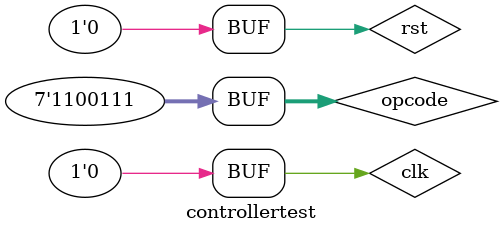
<source format=sv>
module controllertest();

	logic clk,rst;
	logic [6:0] opcode;
	logic [31:0] complete_inst;
	
	
	logic pcWrite,PCWriteCond,IorD,MemRead,MemWrite,IRWrite,
					 MemtoReg,ALUSrcA,RegWrite,RegDst;
	logic [3:0]	state;
	
	logic [1:0] PCSource,ALUOp,ALUSrcB;
	
	parameter 
   LD = 7'b000_0011,
	SD = 7'b010_0011,
   BEQ = 7'b110_0111,
	ALUop = 7'b011_0011;
	
	
	controler ctrl(rst,clk,opcode,complete_inst,
				pcWrite,PCWriteCond,IorD,MemRead,MemWrite,IRWrite,
				MemtoReg,PCSource,ALUOp,ALUSrcB,ALUSrcA,RegWrite,RegDst,
				state);
	
	

	// initialize test
	initial
		begin
		rst <= 0;
		opcode <= ALUop; #40;
		opcode<=LD; #50;
		opcode<=SD; #40;
		opcode<=BEQ; #30;
		
	end
		// generate clock to sequence tests
	always
		begin
			clk <= 1; #5; clk <= 0; #5;
		end
		
		
	
	
	
	


endmodule
</source>
